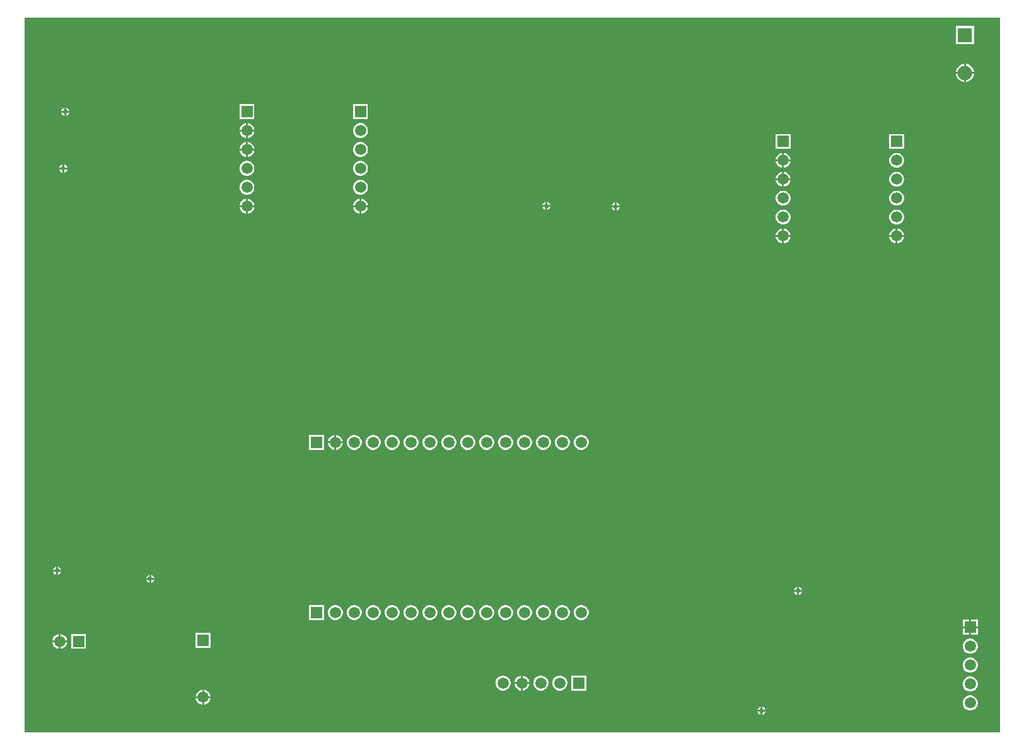
<source format=gbl>
G04*
G04 #@! TF.GenerationSoftware,Altium Limited,Altium Designer,22.8.2 (66)*
G04*
G04 Layer_Physical_Order=2*
G04 Layer_Color=16711680*
%FSLAX44Y44*%
%MOMM*%
G71*
G04*
G04 #@! TF.SameCoordinates,59791082-BFED-418F-BB91-07DD3E29337C*
G04*
G04*
G04 #@! TF.FilePolarity,Positive*
G04*
G01*
G75*
%ADD39R,1.9500X1.9500*%
%ADD40C,1.9500*%
%ADD41C,1.5000*%
%ADD42R,1.5000X1.5000*%
%ADD43R,1.5000X1.5000*%
%ADD44C,0.6000*%
G36*
X1330000Y20000D02*
X20000Y20000D01*
Y980000D01*
X1330000D01*
Y20000D01*
D02*
G37*
%LPC*%
G36*
X1295290Y968690D02*
X1270710D01*
Y944110D01*
X1295290D01*
Y968690D01*
D02*
G37*
G36*
X1284618Y917890D02*
X1284270D01*
Y906870D01*
X1295290D01*
Y907218D01*
X1294453Y910344D01*
X1292834Y913146D01*
X1290546Y915434D01*
X1287744Y917052D01*
X1284618Y917890D01*
D02*
G37*
G36*
X1281730D02*
X1281382D01*
X1278256Y917052D01*
X1275454Y915434D01*
X1273166Y913146D01*
X1271547Y910344D01*
X1270710Y907218D01*
Y906870D01*
X1281730D01*
Y917890D01*
D02*
G37*
G36*
X1295290Y904330D02*
X1284270D01*
Y893310D01*
X1284618D01*
X1287744Y894147D01*
X1290546Y895766D01*
X1292834Y898054D01*
X1294453Y900856D01*
X1295290Y903982D01*
Y904330D01*
D02*
G37*
G36*
X1281730D02*
X1270710D01*
Y903982D01*
X1271547Y900856D01*
X1273166Y898054D01*
X1275454Y895766D01*
X1278256Y894147D01*
X1281382Y893310D01*
X1281730D01*
Y904330D01*
D02*
G37*
G36*
X76200Y858970D02*
Y854770D01*
X80400D01*
X79626Y856638D01*
X78068Y858197D01*
X76200Y858970D01*
D02*
G37*
G36*
X73660D02*
X71792Y858197D01*
X70233Y856638D01*
X69460Y854770D01*
X73660D01*
Y858970D01*
D02*
G37*
G36*
X80400Y852230D02*
X76200D01*
Y848030D01*
X78068Y848803D01*
X79626Y850362D01*
X80400Y852230D01*
D02*
G37*
G36*
X73660D02*
X69460D01*
X70233Y850362D01*
X71792Y848803D01*
X73660Y848030D01*
Y852230D01*
D02*
G37*
G36*
X481240Y863540D02*
X461160D01*
Y843460D01*
X481240D01*
Y863540D01*
D02*
G37*
G36*
X328840D02*
X308760D01*
Y843460D01*
X328840D01*
Y863540D01*
D02*
G37*
G36*
X320122Y838140D02*
X320070D01*
Y829370D01*
X328840D01*
Y829422D01*
X328156Y831975D01*
X326834Y834265D01*
X324965Y836134D01*
X322675Y837456D01*
X320122Y838140D01*
D02*
G37*
G36*
X317530D02*
X317478D01*
X314925Y837456D01*
X312635Y836134D01*
X310766Y834265D01*
X309444Y831975D01*
X308760Y829422D01*
Y829370D01*
X317530D01*
Y838140D01*
D02*
G37*
G36*
X472522D02*
X469878D01*
X467325Y837456D01*
X465035Y836134D01*
X463166Y834265D01*
X461844Y831975D01*
X461160Y829422D01*
Y826778D01*
X461844Y824225D01*
X463166Y821935D01*
X465035Y820066D01*
X467325Y818744D01*
X469878Y818060D01*
X472522D01*
X475075Y818744D01*
X477365Y820066D01*
X479234Y821935D01*
X480556Y824225D01*
X481240Y826778D01*
Y829422D01*
X480556Y831975D01*
X479234Y834265D01*
X477365Y836134D01*
X475075Y837456D01*
X472522Y838140D01*
D02*
G37*
G36*
X328840Y826830D02*
X320070D01*
Y818060D01*
X320122D01*
X322675Y818744D01*
X324965Y820066D01*
X326834Y821935D01*
X328156Y824225D01*
X328840Y826778D01*
Y826830D01*
D02*
G37*
G36*
X317530D02*
X308760D01*
Y826778D01*
X309444Y824225D01*
X310766Y821935D01*
X312635Y820066D01*
X314925Y818744D01*
X317478Y818060D01*
X317530D01*
Y826830D01*
D02*
G37*
G36*
X320122Y812740D02*
X320070D01*
Y803970D01*
X328840D01*
Y804022D01*
X328156Y806575D01*
X326834Y808865D01*
X324965Y810734D01*
X322675Y812056D01*
X320122Y812740D01*
D02*
G37*
G36*
X317530D02*
X317478D01*
X314925Y812056D01*
X312635Y810734D01*
X310766Y808865D01*
X309444Y806575D01*
X308760Y804022D01*
Y803970D01*
X317530D01*
Y812740D01*
D02*
G37*
G36*
X1201240Y823540D02*
X1181160D01*
Y803460D01*
X1201240D01*
Y823540D01*
D02*
G37*
G36*
X1048840D02*
X1028760D01*
Y803460D01*
X1048840D01*
Y823540D01*
D02*
G37*
G36*
X472522Y812740D02*
X469878D01*
X467325Y812056D01*
X465035Y810734D01*
X463166Y808865D01*
X461844Y806575D01*
X461160Y804022D01*
Y801378D01*
X461844Y798825D01*
X463166Y796535D01*
X465035Y794666D01*
X467325Y793344D01*
X469878Y792660D01*
X472522D01*
X475075Y793344D01*
X477365Y794666D01*
X479234Y796535D01*
X480556Y798825D01*
X481240Y801378D01*
Y804022D01*
X480556Y806575D01*
X479234Y808865D01*
X477365Y810734D01*
X475075Y812056D01*
X472522Y812740D01*
D02*
G37*
G36*
X328840Y801430D02*
X320070D01*
Y792660D01*
X320122D01*
X322675Y793344D01*
X324965Y794666D01*
X326834Y796535D01*
X328156Y798825D01*
X328840Y801378D01*
Y801430D01*
D02*
G37*
G36*
X317530D02*
X308760D01*
Y801378D01*
X309444Y798825D01*
X310766Y796535D01*
X312635Y794666D01*
X314925Y793344D01*
X317478Y792660D01*
X317530D01*
Y801430D01*
D02*
G37*
G36*
X1040122Y798140D02*
X1040070D01*
Y789370D01*
X1048840D01*
Y789422D01*
X1048156Y791975D01*
X1046834Y794265D01*
X1044965Y796134D01*
X1042675Y797456D01*
X1040122Y798140D01*
D02*
G37*
G36*
X1037530D02*
X1037478D01*
X1034925Y797456D01*
X1032635Y796134D01*
X1030766Y794265D01*
X1029444Y791975D01*
X1028760Y789422D01*
Y789370D01*
X1037530D01*
Y798140D01*
D02*
G37*
G36*
X73320Y782770D02*
Y778570D01*
X77520D01*
X76747Y780438D01*
X75188Y781997D01*
X73320Y782770D01*
D02*
G37*
G36*
X70780D02*
X68912Y781997D01*
X67353Y780438D01*
X66579Y778570D01*
X70780D01*
Y782770D01*
D02*
G37*
G36*
X1192522Y798140D02*
X1189878D01*
X1187325Y797456D01*
X1185035Y796134D01*
X1183166Y794265D01*
X1181844Y791975D01*
X1181160Y789422D01*
Y786778D01*
X1181844Y784225D01*
X1183166Y781935D01*
X1185035Y780066D01*
X1187325Y778744D01*
X1189878Y778060D01*
X1192522D01*
X1195075Y778744D01*
X1197365Y780066D01*
X1199234Y781935D01*
X1200556Y784225D01*
X1201240Y786778D01*
Y789422D01*
X1200556Y791975D01*
X1199234Y794265D01*
X1197365Y796134D01*
X1195075Y797456D01*
X1192522Y798140D01*
D02*
G37*
G36*
X1048840Y786830D02*
X1040070D01*
Y778060D01*
X1040122D01*
X1042675Y778744D01*
X1044965Y780066D01*
X1046834Y781935D01*
X1048156Y784225D01*
X1048840Y786778D01*
Y786830D01*
D02*
G37*
G36*
X1037530D02*
X1028760D01*
Y786778D01*
X1029444Y784225D01*
X1030766Y781935D01*
X1032635Y780066D01*
X1034925Y778744D01*
X1037478Y778060D01*
X1037530D01*
Y786830D01*
D02*
G37*
G36*
X77520Y776030D02*
X73320D01*
Y771830D01*
X75188Y772603D01*
X76747Y774162D01*
X77520Y776030D01*
D02*
G37*
G36*
X70780D02*
X66579D01*
X67353Y774162D01*
X68912Y772603D01*
X70780Y771830D01*
Y776030D01*
D02*
G37*
G36*
X472522Y787340D02*
X469878D01*
X467325Y786656D01*
X465035Y785334D01*
X463166Y783465D01*
X461844Y781175D01*
X461160Y778622D01*
Y775978D01*
X461844Y773425D01*
X463166Y771135D01*
X465035Y769266D01*
X467325Y767944D01*
X469878Y767260D01*
X472522D01*
X475075Y767944D01*
X477365Y769266D01*
X479234Y771135D01*
X480556Y773425D01*
X481240Y775978D01*
Y778622D01*
X480556Y781175D01*
X479234Y783465D01*
X477365Y785334D01*
X475075Y786656D01*
X472522Y787340D01*
D02*
G37*
G36*
X320122D02*
X317478D01*
X314925Y786656D01*
X312635Y785334D01*
X310766Y783465D01*
X309444Y781175D01*
X308760Y778622D01*
Y775978D01*
X309444Y773425D01*
X310766Y771135D01*
X312635Y769266D01*
X314925Y767944D01*
X317478Y767260D01*
X320122D01*
X322675Y767944D01*
X324965Y769266D01*
X326834Y771135D01*
X328156Y773425D01*
X328840Y775978D01*
Y778622D01*
X328156Y781175D01*
X326834Y783465D01*
X324965Y785334D01*
X322675Y786656D01*
X320122Y787340D01*
D02*
G37*
G36*
X1040122Y772740D02*
X1040070D01*
Y763970D01*
X1048840D01*
Y764022D01*
X1048156Y766575D01*
X1046834Y768865D01*
X1044965Y770734D01*
X1042675Y772056D01*
X1040122Y772740D01*
D02*
G37*
G36*
X1037530D02*
X1037478D01*
X1034925Y772056D01*
X1032635Y770734D01*
X1030766Y768865D01*
X1029444Y766575D01*
X1028760Y764022D01*
Y763970D01*
X1037530D01*
Y772740D01*
D02*
G37*
G36*
X1192522D02*
X1189878D01*
X1187325Y772056D01*
X1185035Y770734D01*
X1183166Y768865D01*
X1181844Y766575D01*
X1181160Y764022D01*
Y761378D01*
X1181844Y758825D01*
X1183166Y756535D01*
X1185035Y754666D01*
X1187325Y753344D01*
X1189878Y752660D01*
X1192522D01*
X1195075Y753344D01*
X1197365Y754666D01*
X1199234Y756535D01*
X1200556Y758825D01*
X1201240Y761378D01*
Y764022D01*
X1200556Y766575D01*
X1199234Y768865D01*
X1197365Y770734D01*
X1195075Y772056D01*
X1192522Y772740D01*
D02*
G37*
G36*
X1048840Y761430D02*
X1040070D01*
Y752660D01*
X1040122D01*
X1042675Y753344D01*
X1044965Y754666D01*
X1046834Y756535D01*
X1048156Y758825D01*
X1048840Y761378D01*
Y761430D01*
D02*
G37*
G36*
X1037530D02*
X1028760D01*
Y761378D01*
X1029444Y758825D01*
X1030766Y756535D01*
X1032635Y754666D01*
X1034925Y753344D01*
X1037478Y752660D01*
X1037530D01*
Y761430D01*
D02*
G37*
G36*
X472522Y761940D02*
X469878D01*
X467325Y761256D01*
X465035Y759934D01*
X463166Y758065D01*
X461844Y755775D01*
X461160Y753222D01*
Y750578D01*
X461844Y748025D01*
X463166Y745735D01*
X465035Y743866D01*
X467325Y742544D01*
X469878Y741860D01*
X472522D01*
X475075Y742544D01*
X477365Y743866D01*
X479234Y745735D01*
X480556Y748025D01*
X481240Y750578D01*
Y753222D01*
X480556Y755775D01*
X479234Y758065D01*
X477365Y759934D01*
X475075Y761256D01*
X472522Y761940D01*
D02*
G37*
G36*
X320122D02*
X317478D01*
X314925Y761256D01*
X312635Y759934D01*
X310766Y758065D01*
X309444Y755775D01*
X308760Y753222D01*
Y750578D01*
X309444Y748025D01*
X310766Y745735D01*
X312635Y743866D01*
X314925Y742544D01*
X317478Y741860D01*
X320122D01*
X322675Y742544D01*
X324965Y743866D01*
X326834Y745735D01*
X328156Y748025D01*
X328840Y750578D01*
Y753222D01*
X328156Y755775D01*
X326834Y758065D01*
X324965Y759934D01*
X322675Y761256D01*
X320122Y761940D01*
D02*
G37*
G36*
X722270Y732470D02*
Y728270D01*
X726470D01*
X725697Y730138D01*
X724138Y731697D01*
X722270Y732470D01*
D02*
G37*
G36*
X719730D02*
X717862Y731697D01*
X716303Y730138D01*
X715530Y728270D01*
X719730D01*
Y732470D01*
D02*
G37*
G36*
X472522Y736540D02*
X472470D01*
Y727770D01*
X481240D01*
Y727822D01*
X480556Y730375D01*
X479234Y732665D01*
X477365Y734534D01*
X475075Y735856D01*
X472522Y736540D01*
D02*
G37*
G36*
X469930D02*
X469878D01*
X467325Y735856D01*
X465035Y734534D01*
X463166Y732665D01*
X461844Y730375D01*
X461160Y727822D01*
Y727770D01*
X469930D01*
Y736540D01*
D02*
G37*
G36*
X320122D02*
X320070D01*
Y727770D01*
X328840D01*
Y727822D01*
X328156Y730375D01*
X326834Y732665D01*
X324965Y734534D01*
X322675Y735856D01*
X320122Y736540D01*
D02*
G37*
G36*
X317530D02*
X317478D01*
X314925Y735856D01*
X312635Y734534D01*
X310766Y732665D01*
X309444Y730375D01*
X308760Y727822D01*
Y727770D01*
X317530D01*
Y736540D01*
D02*
G37*
G36*
X815270Y731470D02*
Y727270D01*
X819470D01*
X818697Y729138D01*
X817138Y730697D01*
X815270Y731470D01*
D02*
G37*
G36*
X812730D02*
X810862Y730697D01*
X809303Y729138D01*
X808530Y727270D01*
X812730D01*
Y731470D01*
D02*
G37*
G36*
X1192522Y747340D02*
X1189878D01*
X1187325Y746656D01*
X1185035Y745334D01*
X1183166Y743465D01*
X1181844Y741175D01*
X1181160Y738622D01*
Y735978D01*
X1181844Y733425D01*
X1183166Y731135D01*
X1185035Y729266D01*
X1187325Y727944D01*
X1189878Y727260D01*
X1192522D01*
X1195075Y727944D01*
X1197365Y729266D01*
X1199234Y731135D01*
X1200556Y733425D01*
X1201240Y735978D01*
Y738622D01*
X1200556Y741175D01*
X1199234Y743465D01*
X1197365Y745334D01*
X1195075Y746656D01*
X1192522Y747340D01*
D02*
G37*
G36*
X1040122D02*
X1037478D01*
X1034925Y746656D01*
X1032635Y745334D01*
X1030766Y743465D01*
X1029444Y741175D01*
X1028760Y738622D01*
Y735978D01*
X1029444Y733425D01*
X1030766Y731135D01*
X1032635Y729266D01*
X1034925Y727944D01*
X1037478Y727260D01*
X1040122D01*
X1042675Y727944D01*
X1044965Y729266D01*
X1046834Y731135D01*
X1048156Y733425D01*
X1048840Y735978D01*
Y738622D01*
X1048156Y741175D01*
X1046834Y743465D01*
X1044965Y745334D01*
X1042675Y746656D01*
X1040122Y747340D01*
D02*
G37*
G36*
X726470Y725730D02*
X722270D01*
Y721530D01*
X724138Y722303D01*
X725697Y723862D01*
X726470Y725730D01*
D02*
G37*
G36*
X719730D02*
X715530D01*
X716303Y723862D01*
X717862Y722303D01*
X719730Y721530D01*
Y725730D01*
D02*
G37*
G36*
X819470Y724730D02*
X815270D01*
Y720530D01*
X817138Y721303D01*
X818697Y722862D01*
X819470Y724730D01*
D02*
G37*
G36*
X812730D02*
X808530D01*
X809303Y722862D01*
X810862Y721303D01*
X812730Y720530D01*
Y724730D01*
D02*
G37*
G36*
X481240Y725230D02*
X472470D01*
Y716460D01*
X472522D01*
X475075Y717144D01*
X477365Y718466D01*
X479234Y720335D01*
X480556Y722625D01*
X481240Y725178D01*
Y725230D01*
D02*
G37*
G36*
X469930D02*
X461160D01*
Y725178D01*
X461844Y722625D01*
X463166Y720335D01*
X465035Y718466D01*
X467325Y717144D01*
X469878Y716460D01*
X469930D01*
Y725230D01*
D02*
G37*
G36*
X328840D02*
X320070D01*
Y716460D01*
X320122D01*
X322675Y717144D01*
X324965Y718466D01*
X326834Y720335D01*
X328156Y722625D01*
X328840Y725178D01*
Y725230D01*
D02*
G37*
G36*
X317530D02*
X308760D01*
Y725178D01*
X309444Y722625D01*
X310766Y720335D01*
X312635Y718466D01*
X314925Y717144D01*
X317478Y716460D01*
X317530D01*
Y725230D01*
D02*
G37*
G36*
X1192522Y721940D02*
X1189878D01*
X1187325Y721256D01*
X1185035Y719934D01*
X1183166Y718065D01*
X1181844Y715775D01*
X1181160Y713222D01*
Y710578D01*
X1181844Y708025D01*
X1183166Y705735D01*
X1185035Y703866D01*
X1187325Y702544D01*
X1189878Y701860D01*
X1192522D01*
X1195075Y702544D01*
X1197365Y703866D01*
X1199234Y705735D01*
X1200556Y708025D01*
X1201240Y710578D01*
Y713222D01*
X1200556Y715775D01*
X1199234Y718065D01*
X1197365Y719934D01*
X1195075Y721256D01*
X1192522Y721940D01*
D02*
G37*
G36*
X1040122D02*
X1037478D01*
X1034925Y721256D01*
X1032635Y719934D01*
X1030766Y718065D01*
X1029444Y715775D01*
X1028760Y713222D01*
Y710578D01*
X1029444Y708025D01*
X1030766Y705735D01*
X1032635Y703866D01*
X1034925Y702544D01*
X1037478Y701860D01*
X1040122D01*
X1042675Y702544D01*
X1044965Y703866D01*
X1046834Y705735D01*
X1048156Y708025D01*
X1048840Y710578D01*
Y713222D01*
X1048156Y715775D01*
X1046834Y718065D01*
X1044965Y719934D01*
X1042675Y721256D01*
X1040122Y721940D01*
D02*
G37*
G36*
X1192522Y696540D02*
X1192470D01*
Y687770D01*
X1201240D01*
Y687822D01*
X1200556Y690375D01*
X1199234Y692665D01*
X1197365Y694534D01*
X1195075Y695856D01*
X1192522Y696540D01*
D02*
G37*
G36*
X1189930D02*
X1189878D01*
X1187325Y695856D01*
X1185035Y694534D01*
X1183166Y692665D01*
X1181844Y690375D01*
X1181160Y687822D01*
Y687770D01*
X1189930D01*
Y696540D01*
D02*
G37*
G36*
X1040122D02*
X1040070D01*
Y687770D01*
X1048840D01*
Y687822D01*
X1048156Y690375D01*
X1046834Y692665D01*
X1044965Y694534D01*
X1042675Y695856D01*
X1040122Y696540D01*
D02*
G37*
G36*
X1037530D02*
X1037478D01*
X1034925Y695856D01*
X1032635Y694534D01*
X1030766Y692665D01*
X1029444Y690375D01*
X1028760Y687822D01*
Y687770D01*
X1037530D01*
Y696540D01*
D02*
G37*
G36*
X1201240Y685230D02*
X1192470D01*
Y676460D01*
X1192522D01*
X1195075Y677144D01*
X1197365Y678466D01*
X1199234Y680335D01*
X1200556Y682625D01*
X1201240Y685178D01*
Y685230D01*
D02*
G37*
G36*
X1189930D02*
X1181160D01*
Y685178D01*
X1181844Y682625D01*
X1183166Y680335D01*
X1185035Y678466D01*
X1187325Y677144D01*
X1189878Y676460D01*
X1189930D01*
Y685230D01*
D02*
G37*
G36*
X1048840D02*
X1040070D01*
Y676460D01*
X1040122D01*
X1042675Y677144D01*
X1044965Y678466D01*
X1046834Y680335D01*
X1048156Y682625D01*
X1048840Y685178D01*
Y685230D01*
D02*
G37*
G36*
X1037530D02*
X1028760D01*
Y685178D01*
X1029444Y682625D01*
X1030766Y680335D01*
X1032635Y678466D01*
X1034925Y677144D01*
X1037478Y676460D01*
X1037530D01*
Y685230D01*
D02*
G37*
G36*
X438922Y419340D02*
X438870D01*
Y410570D01*
X447640D01*
Y410622D01*
X446956Y413175D01*
X445634Y415465D01*
X443765Y417334D01*
X441475Y418656D01*
X438922Y419340D01*
D02*
G37*
G36*
X436330D02*
X436278D01*
X433725Y418656D01*
X431435Y417334D01*
X429566Y415465D01*
X428244Y413175D01*
X427560Y410622D01*
Y410570D01*
X436330D01*
Y419340D01*
D02*
G37*
G36*
X769122D02*
X766478D01*
X763925Y418656D01*
X761635Y417334D01*
X759766Y415465D01*
X758444Y413175D01*
X757760Y410622D01*
Y407978D01*
X758444Y405425D01*
X759766Y403135D01*
X761635Y401266D01*
X763925Y399944D01*
X766478Y399260D01*
X769122D01*
X771675Y399944D01*
X773965Y401266D01*
X775834Y403135D01*
X777156Y405425D01*
X777840Y407978D01*
Y410622D01*
X777156Y413175D01*
X775834Y415465D01*
X773965Y417334D01*
X771675Y418656D01*
X769122Y419340D01*
D02*
G37*
G36*
X743722D02*
X741078D01*
X738525Y418656D01*
X736235Y417334D01*
X734366Y415465D01*
X733044Y413175D01*
X732360Y410622D01*
Y407978D01*
X733044Y405425D01*
X734366Y403135D01*
X736235Y401266D01*
X738525Y399944D01*
X741078Y399260D01*
X743722D01*
X746275Y399944D01*
X748565Y401266D01*
X750434Y403135D01*
X751756Y405425D01*
X752440Y407978D01*
Y410622D01*
X751756Y413175D01*
X750434Y415465D01*
X748565Y417334D01*
X746275Y418656D01*
X743722Y419340D01*
D02*
G37*
G36*
X718322D02*
X715678D01*
X713125Y418656D01*
X710835Y417334D01*
X708966Y415465D01*
X707644Y413175D01*
X706960Y410622D01*
Y407978D01*
X707644Y405425D01*
X708966Y403135D01*
X710835Y401266D01*
X713125Y399944D01*
X715678Y399260D01*
X718322D01*
X720875Y399944D01*
X723165Y401266D01*
X725034Y403135D01*
X726356Y405425D01*
X727040Y407978D01*
Y410622D01*
X726356Y413175D01*
X725034Y415465D01*
X723165Y417334D01*
X720875Y418656D01*
X718322Y419340D01*
D02*
G37*
G36*
X692922D02*
X690278D01*
X687725Y418656D01*
X685435Y417334D01*
X683566Y415465D01*
X682244Y413175D01*
X681560Y410622D01*
Y407978D01*
X682244Y405425D01*
X683566Y403135D01*
X685435Y401266D01*
X687725Y399944D01*
X690278Y399260D01*
X692922D01*
X695475Y399944D01*
X697765Y401266D01*
X699634Y403135D01*
X700956Y405425D01*
X701640Y407978D01*
Y410622D01*
X700956Y413175D01*
X699634Y415465D01*
X697765Y417334D01*
X695475Y418656D01*
X692922Y419340D01*
D02*
G37*
G36*
X667522D02*
X664878D01*
X662325Y418656D01*
X660035Y417334D01*
X658166Y415465D01*
X656844Y413175D01*
X656160Y410622D01*
Y407978D01*
X656844Y405425D01*
X658166Y403135D01*
X660035Y401266D01*
X662325Y399944D01*
X664878Y399260D01*
X667522D01*
X670075Y399944D01*
X672365Y401266D01*
X674234Y403135D01*
X675556Y405425D01*
X676240Y407978D01*
Y410622D01*
X675556Y413175D01*
X674234Y415465D01*
X672365Y417334D01*
X670075Y418656D01*
X667522Y419340D01*
D02*
G37*
G36*
X642122D02*
X639478D01*
X636925Y418656D01*
X634635Y417334D01*
X632766Y415465D01*
X631444Y413175D01*
X630760Y410622D01*
Y407978D01*
X631444Y405425D01*
X632766Y403135D01*
X634635Y401266D01*
X636925Y399944D01*
X639478Y399260D01*
X642122D01*
X644675Y399944D01*
X646965Y401266D01*
X648834Y403135D01*
X650156Y405425D01*
X650840Y407978D01*
Y410622D01*
X650156Y413175D01*
X648834Y415465D01*
X646965Y417334D01*
X644675Y418656D01*
X642122Y419340D01*
D02*
G37*
G36*
X616722D02*
X614078D01*
X611525Y418656D01*
X609235Y417334D01*
X607366Y415465D01*
X606044Y413175D01*
X605360Y410622D01*
Y407978D01*
X606044Y405425D01*
X607366Y403135D01*
X609235Y401266D01*
X611525Y399944D01*
X614078Y399260D01*
X616722D01*
X619275Y399944D01*
X621565Y401266D01*
X623434Y403135D01*
X624756Y405425D01*
X625440Y407978D01*
Y410622D01*
X624756Y413175D01*
X623434Y415465D01*
X621565Y417334D01*
X619275Y418656D01*
X616722Y419340D01*
D02*
G37*
G36*
X591322D02*
X588678D01*
X586125Y418656D01*
X583835Y417334D01*
X581966Y415465D01*
X580644Y413175D01*
X579960Y410622D01*
Y407978D01*
X580644Y405425D01*
X581966Y403135D01*
X583835Y401266D01*
X586125Y399944D01*
X588678Y399260D01*
X591322D01*
X593875Y399944D01*
X596165Y401266D01*
X598034Y403135D01*
X599356Y405425D01*
X600040Y407978D01*
Y410622D01*
X599356Y413175D01*
X598034Y415465D01*
X596165Y417334D01*
X593875Y418656D01*
X591322Y419340D01*
D02*
G37*
G36*
X565922D02*
X563278D01*
X560725Y418656D01*
X558435Y417334D01*
X556566Y415465D01*
X555244Y413175D01*
X554560Y410622D01*
Y407978D01*
X555244Y405425D01*
X556566Y403135D01*
X558435Y401266D01*
X560725Y399944D01*
X563278Y399260D01*
X565922D01*
X568475Y399944D01*
X570765Y401266D01*
X572634Y403135D01*
X573956Y405425D01*
X574640Y407978D01*
Y410622D01*
X573956Y413175D01*
X572634Y415465D01*
X570765Y417334D01*
X568475Y418656D01*
X565922Y419340D01*
D02*
G37*
G36*
X540522D02*
X537878D01*
X535325Y418656D01*
X533035Y417334D01*
X531166Y415465D01*
X529844Y413175D01*
X529160Y410622D01*
Y407978D01*
X529844Y405425D01*
X531166Y403135D01*
X533035Y401266D01*
X535325Y399944D01*
X537878Y399260D01*
X540522D01*
X543075Y399944D01*
X545365Y401266D01*
X547234Y403135D01*
X548556Y405425D01*
X549240Y407978D01*
Y410622D01*
X548556Y413175D01*
X547234Y415465D01*
X545365Y417334D01*
X543075Y418656D01*
X540522Y419340D01*
D02*
G37*
G36*
X515122D02*
X512478D01*
X509925Y418656D01*
X507635Y417334D01*
X505766Y415465D01*
X504444Y413175D01*
X503760Y410622D01*
Y407978D01*
X504444Y405425D01*
X505766Y403135D01*
X507635Y401266D01*
X509925Y399944D01*
X512478Y399260D01*
X515122D01*
X517675Y399944D01*
X519965Y401266D01*
X521834Y403135D01*
X523156Y405425D01*
X523840Y407978D01*
Y410622D01*
X523156Y413175D01*
X521834Y415465D01*
X519965Y417334D01*
X517675Y418656D01*
X515122Y419340D01*
D02*
G37*
G36*
X489722D02*
X487078D01*
X484525Y418656D01*
X482235Y417334D01*
X480366Y415465D01*
X479044Y413175D01*
X478360Y410622D01*
Y407978D01*
X479044Y405425D01*
X480366Y403135D01*
X482235Y401266D01*
X484525Y399944D01*
X487078Y399260D01*
X489722D01*
X492275Y399944D01*
X494565Y401266D01*
X496434Y403135D01*
X497756Y405425D01*
X498440Y407978D01*
Y410622D01*
X497756Y413175D01*
X496434Y415465D01*
X494565Y417334D01*
X492275Y418656D01*
X489722Y419340D01*
D02*
G37*
G36*
X464322D02*
X461678D01*
X459125Y418656D01*
X456835Y417334D01*
X454966Y415465D01*
X453644Y413175D01*
X452960Y410622D01*
Y407978D01*
X453644Y405425D01*
X454966Y403135D01*
X456835Y401266D01*
X459125Y399944D01*
X461678Y399260D01*
X464322D01*
X466875Y399944D01*
X469165Y401266D01*
X471034Y403135D01*
X472356Y405425D01*
X473040Y407978D01*
Y410622D01*
X472356Y413175D01*
X471034Y415465D01*
X469165Y417334D01*
X466875Y418656D01*
X464322Y419340D01*
D02*
G37*
G36*
X447640Y408030D02*
X438870D01*
Y399260D01*
X438922D01*
X441475Y399944D01*
X443765Y401266D01*
X445634Y403135D01*
X446956Y405425D01*
X447640Y407978D01*
Y408030D01*
D02*
G37*
G36*
X436330D02*
X427560D01*
Y407978D01*
X428244Y405425D01*
X429566Y403135D01*
X431435Y401266D01*
X433725Y399944D01*
X436278Y399260D01*
X436330D01*
Y408030D01*
D02*
G37*
G36*
X422240Y419340D02*
X402160D01*
Y399260D01*
X422240D01*
Y419340D01*
D02*
G37*
G36*
X65270Y242470D02*
Y238270D01*
X69470D01*
X68697Y240138D01*
X67138Y241697D01*
X65270Y242470D01*
D02*
G37*
G36*
X62730D02*
X60862Y241697D01*
X59303Y240138D01*
X58530Y238270D01*
X62730D01*
Y242470D01*
D02*
G37*
G36*
X69470Y235730D02*
X65270D01*
Y231530D01*
X67138Y232303D01*
X68697Y233862D01*
X69470Y235730D01*
D02*
G37*
G36*
X62730D02*
X58530D01*
X59303Y233862D01*
X60862Y232303D01*
X62730Y231530D01*
Y235730D01*
D02*
G37*
G36*
X190270Y231470D02*
Y227270D01*
X194470D01*
X193697Y229138D01*
X192138Y230697D01*
X190270Y231470D01*
D02*
G37*
G36*
X187730D02*
X185862Y230697D01*
X184303Y229138D01*
X183530Y227270D01*
X187730D01*
Y231470D01*
D02*
G37*
G36*
X194470Y224730D02*
X190270D01*
Y220530D01*
X192138Y221303D01*
X193697Y222862D01*
X194470Y224730D01*
D02*
G37*
G36*
X187730D02*
X183530D01*
X184303Y222862D01*
X185862Y221303D01*
X187730Y220530D01*
Y224730D01*
D02*
G37*
G36*
X1060220Y215420D02*
Y211220D01*
X1064420D01*
X1063647Y213088D01*
X1062088Y214647D01*
X1060220Y215420D01*
D02*
G37*
G36*
X1057680D02*
X1055812Y214647D01*
X1054253Y213088D01*
X1053480Y211220D01*
X1057680D01*
Y215420D01*
D02*
G37*
G36*
X1064420Y208680D02*
X1060220D01*
Y204480D01*
X1062088Y205253D01*
X1063647Y206812D01*
X1064420Y208680D01*
D02*
G37*
G36*
X1057680D02*
X1053480D01*
X1054253Y206812D01*
X1055812Y205253D01*
X1057680Y204480D01*
Y208680D01*
D02*
G37*
G36*
X769122Y190740D02*
X766478D01*
X763925Y190056D01*
X761635Y188734D01*
X759766Y186865D01*
X758444Y184575D01*
X757760Y182022D01*
Y179378D01*
X758444Y176825D01*
X759766Y174535D01*
X761635Y172666D01*
X763925Y171344D01*
X766478Y170660D01*
X769122D01*
X771675Y171344D01*
X773965Y172666D01*
X775834Y174535D01*
X777156Y176825D01*
X777840Y179378D01*
Y182022D01*
X777156Y184575D01*
X775834Y186865D01*
X773965Y188734D01*
X771675Y190056D01*
X769122Y190740D01*
D02*
G37*
G36*
X743722D02*
X741078D01*
X738525Y190056D01*
X736235Y188734D01*
X734366Y186865D01*
X733044Y184575D01*
X732360Y182022D01*
Y179378D01*
X733044Y176825D01*
X734366Y174535D01*
X736235Y172666D01*
X738525Y171344D01*
X741078Y170660D01*
X743722D01*
X746275Y171344D01*
X748565Y172666D01*
X750434Y174535D01*
X751756Y176825D01*
X752440Y179378D01*
Y182022D01*
X751756Y184575D01*
X750434Y186865D01*
X748565Y188734D01*
X746275Y190056D01*
X743722Y190740D01*
D02*
G37*
G36*
X718322D02*
X715678D01*
X713125Y190056D01*
X710835Y188734D01*
X708966Y186865D01*
X707644Y184575D01*
X706960Y182022D01*
Y179378D01*
X707644Y176825D01*
X708966Y174535D01*
X710835Y172666D01*
X713125Y171344D01*
X715678Y170660D01*
X718322D01*
X720875Y171344D01*
X723165Y172666D01*
X725034Y174535D01*
X726356Y176825D01*
X727040Y179378D01*
Y182022D01*
X726356Y184575D01*
X725034Y186865D01*
X723165Y188734D01*
X720875Y190056D01*
X718322Y190740D01*
D02*
G37*
G36*
X692922D02*
X690278D01*
X687725Y190056D01*
X685435Y188734D01*
X683566Y186865D01*
X682244Y184575D01*
X681560Y182022D01*
Y179378D01*
X682244Y176825D01*
X683566Y174535D01*
X685435Y172666D01*
X687725Y171344D01*
X690278Y170660D01*
X692922D01*
X695475Y171344D01*
X697765Y172666D01*
X699634Y174535D01*
X700956Y176825D01*
X701640Y179378D01*
Y182022D01*
X700956Y184575D01*
X699634Y186865D01*
X697765Y188734D01*
X695475Y190056D01*
X692922Y190740D01*
D02*
G37*
G36*
X667522D02*
X664878D01*
X662325Y190056D01*
X660035Y188734D01*
X658166Y186865D01*
X656844Y184575D01*
X656160Y182022D01*
Y179378D01*
X656844Y176825D01*
X658166Y174535D01*
X660035Y172666D01*
X662325Y171344D01*
X664878Y170660D01*
X667522D01*
X670075Y171344D01*
X672365Y172666D01*
X674234Y174535D01*
X675556Y176825D01*
X676240Y179378D01*
Y182022D01*
X675556Y184575D01*
X674234Y186865D01*
X672365Y188734D01*
X670075Y190056D01*
X667522Y190740D01*
D02*
G37*
G36*
X642122D02*
X639478D01*
X636925Y190056D01*
X634635Y188734D01*
X632766Y186865D01*
X631444Y184575D01*
X630760Y182022D01*
Y179378D01*
X631444Y176825D01*
X632766Y174535D01*
X634635Y172666D01*
X636925Y171344D01*
X639478Y170660D01*
X642122D01*
X644675Y171344D01*
X646965Y172666D01*
X648834Y174535D01*
X650156Y176825D01*
X650840Y179378D01*
Y182022D01*
X650156Y184575D01*
X648834Y186865D01*
X646965Y188734D01*
X644675Y190056D01*
X642122Y190740D01*
D02*
G37*
G36*
X616722D02*
X614078D01*
X611525Y190056D01*
X609235Y188734D01*
X607366Y186865D01*
X606044Y184575D01*
X605360Y182022D01*
Y179378D01*
X606044Y176825D01*
X607366Y174535D01*
X609235Y172666D01*
X611525Y171344D01*
X614078Y170660D01*
X616722D01*
X619275Y171344D01*
X621565Y172666D01*
X623434Y174535D01*
X624756Y176825D01*
X625440Y179378D01*
Y182022D01*
X624756Y184575D01*
X623434Y186865D01*
X621565Y188734D01*
X619275Y190056D01*
X616722Y190740D01*
D02*
G37*
G36*
X591322D02*
X588678D01*
X586125Y190056D01*
X583835Y188734D01*
X581966Y186865D01*
X580644Y184575D01*
X579960Y182022D01*
Y179378D01*
X580644Y176825D01*
X581966Y174535D01*
X583835Y172666D01*
X586125Y171344D01*
X588678Y170660D01*
X591322D01*
X593875Y171344D01*
X596165Y172666D01*
X598034Y174535D01*
X599356Y176825D01*
X600040Y179378D01*
Y182022D01*
X599356Y184575D01*
X598034Y186865D01*
X596165Y188734D01*
X593875Y190056D01*
X591322Y190740D01*
D02*
G37*
G36*
X565922D02*
X563278D01*
X560725Y190056D01*
X558435Y188734D01*
X556566Y186865D01*
X555244Y184575D01*
X554560Y182022D01*
Y179378D01*
X555244Y176825D01*
X556566Y174535D01*
X558435Y172666D01*
X560725Y171344D01*
X563278Y170660D01*
X565922D01*
X568475Y171344D01*
X570765Y172666D01*
X572634Y174535D01*
X573956Y176825D01*
X574640Y179378D01*
Y182022D01*
X573956Y184575D01*
X572634Y186865D01*
X570765Y188734D01*
X568475Y190056D01*
X565922Y190740D01*
D02*
G37*
G36*
X540522D02*
X537878D01*
X535325Y190056D01*
X533035Y188734D01*
X531166Y186865D01*
X529844Y184575D01*
X529160Y182022D01*
Y179378D01*
X529844Y176825D01*
X531166Y174535D01*
X533035Y172666D01*
X535325Y171344D01*
X537878Y170660D01*
X540522D01*
X543075Y171344D01*
X545365Y172666D01*
X547234Y174535D01*
X548556Y176825D01*
X549240Y179378D01*
Y182022D01*
X548556Y184575D01*
X547234Y186865D01*
X545365Y188734D01*
X543075Y190056D01*
X540522Y190740D01*
D02*
G37*
G36*
X515122D02*
X512478D01*
X509925Y190056D01*
X507635Y188734D01*
X505766Y186865D01*
X504444Y184575D01*
X503760Y182022D01*
Y179378D01*
X504444Y176825D01*
X505766Y174535D01*
X507635Y172666D01*
X509925Y171344D01*
X512478Y170660D01*
X515122D01*
X517675Y171344D01*
X519965Y172666D01*
X521834Y174535D01*
X523156Y176825D01*
X523840Y179378D01*
Y182022D01*
X523156Y184575D01*
X521834Y186865D01*
X519965Y188734D01*
X517675Y190056D01*
X515122Y190740D01*
D02*
G37*
G36*
X489722D02*
X487078D01*
X484525Y190056D01*
X482235Y188734D01*
X480366Y186865D01*
X479044Y184575D01*
X478360Y182022D01*
Y179378D01*
X479044Y176825D01*
X480366Y174535D01*
X482235Y172666D01*
X484525Y171344D01*
X487078Y170660D01*
X489722D01*
X492275Y171344D01*
X494565Y172666D01*
X496434Y174535D01*
X497756Y176825D01*
X498440Y179378D01*
Y182022D01*
X497756Y184575D01*
X496434Y186865D01*
X494565Y188734D01*
X492275Y190056D01*
X489722Y190740D01*
D02*
G37*
G36*
X464322D02*
X461678D01*
X459125Y190056D01*
X456835Y188734D01*
X454966Y186865D01*
X453644Y184575D01*
X452960Y182022D01*
Y179378D01*
X453644Y176825D01*
X454966Y174535D01*
X456835Y172666D01*
X459125Y171344D01*
X461678Y170660D01*
X464322D01*
X466875Y171344D01*
X469165Y172666D01*
X471034Y174535D01*
X472356Y176825D01*
X473040Y179378D01*
Y182022D01*
X472356Y184575D01*
X471034Y186865D01*
X469165Y188734D01*
X466875Y190056D01*
X464322Y190740D01*
D02*
G37*
G36*
X438922D02*
X436278D01*
X433725Y190056D01*
X431435Y188734D01*
X429566Y186865D01*
X428244Y184575D01*
X427560Y182022D01*
Y179378D01*
X428244Y176825D01*
X429566Y174535D01*
X431435Y172666D01*
X433725Y171344D01*
X436278Y170660D01*
X438922D01*
X441475Y171344D01*
X443765Y172666D01*
X445634Y174535D01*
X446956Y176825D01*
X447640Y179378D01*
Y182022D01*
X446956Y184575D01*
X445634Y186865D01*
X443765Y188734D01*
X441475Y190056D01*
X438922Y190740D01*
D02*
G37*
G36*
X422240D02*
X402160D01*
Y170660D01*
X422240D01*
Y190740D01*
D02*
G37*
G36*
X1300040Y170840D02*
X1291270D01*
Y162070D01*
X1300040D01*
Y170840D01*
D02*
G37*
G36*
X1288730D02*
X1279960D01*
Y162070D01*
X1288730D01*
Y170840D01*
D02*
G37*
G36*
X1300040Y159530D02*
X1291270D01*
Y150760D01*
X1300040D01*
Y159530D01*
D02*
G37*
G36*
X1288730D02*
X1279960D01*
Y150760D01*
X1288730D01*
Y159530D01*
D02*
G37*
G36*
X68622Y152040D02*
X68570D01*
Y143270D01*
X77340D01*
Y143322D01*
X76656Y145875D01*
X75334Y148165D01*
X73465Y150034D01*
X71175Y151356D01*
X68622Y152040D01*
D02*
G37*
G36*
X66030D02*
X65978D01*
X63425Y151356D01*
X61135Y150034D01*
X59266Y148165D01*
X57944Y145875D01*
X57260Y143322D01*
Y143270D01*
X66030D01*
Y152040D01*
D02*
G37*
G36*
X270040Y153140D02*
X249960D01*
Y133060D01*
X270040D01*
Y153140D01*
D02*
G37*
G36*
X102740Y152040D02*
X82660D01*
Y131960D01*
X102740D01*
Y152040D01*
D02*
G37*
G36*
X77340Y140730D02*
X68570D01*
Y131960D01*
X68622D01*
X71175Y132644D01*
X73465Y133966D01*
X75334Y135835D01*
X76656Y138125D01*
X77340Y140678D01*
Y140730D01*
D02*
G37*
G36*
X66030D02*
X57260D01*
Y140678D01*
X57944Y138125D01*
X59266Y135835D01*
X61135Y133966D01*
X63425Y132644D01*
X65978Y131960D01*
X66030D01*
Y140730D01*
D02*
G37*
G36*
X1291322Y145440D02*
X1288678D01*
X1286125Y144756D01*
X1283835Y143434D01*
X1281966Y141565D01*
X1280644Y139275D01*
X1279960Y136722D01*
Y134078D01*
X1280644Y131525D01*
X1281966Y129235D01*
X1283835Y127366D01*
X1286125Y126044D01*
X1288678Y125360D01*
X1291322D01*
X1293875Y126044D01*
X1296165Y127366D01*
X1298034Y129235D01*
X1299356Y131525D01*
X1300040Y134078D01*
Y136722D01*
X1299356Y139275D01*
X1298034Y141565D01*
X1296165Y143434D01*
X1293875Y144756D01*
X1291322Y145440D01*
D02*
G37*
G36*
Y120040D02*
X1288678D01*
X1286125Y119356D01*
X1283835Y118034D01*
X1281966Y116165D01*
X1280644Y113875D01*
X1279960Y111322D01*
Y108678D01*
X1280644Y106125D01*
X1281966Y103835D01*
X1283835Y101966D01*
X1286125Y100644D01*
X1288678Y99960D01*
X1291322D01*
X1293875Y100644D01*
X1296165Y101966D01*
X1298034Y103835D01*
X1299356Y106125D01*
X1300040Y108678D01*
Y111322D01*
X1299356Y113875D01*
X1298034Y116165D01*
X1296165Y118034D01*
X1293875Y119356D01*
X1291322Y120040D01*
D02*
G37*
G36*
X689522Y96040D02*
X689470D01*
Y87270D01*
X698240D01*
Y87322D01*
X697556Y89875D01*
X696234Y92165D01*
X694365Y94034D01*
X692075Y95356D01*
X689522Y96040D01*
D02*
G37*
G36*
X686930D02*
X686878D01*
X684325Y95356D01*
X682035Y94034D01*
X680166Y92165D01*
X678844Y89875D01*
X678160Y87322D01*
Y87270D01*
X686930D01*
Y96040D01*
D02*
G37*
G36*
X774440D02*
X754360D01*
Y75960D01*
X774440D01*
Y96040D01*
D02*
G37*
G36*
X740322D02*
X737678D01*
X735125Y95356D01*
X732835Y94034D01*
X730966Y92165D01*
X729644Y89875D01*
X728960Y87322D01*
Y84678D01*
X729644Y82125D01*
X730966Y79835D01*
X732835Y77966D01*
X735125Y76644D01*
X737678Y75960D01*
X740322D01*
X742875Y76644D01*
X745165Y77966D01*
X747034Y79835D01*
X748356Y82125D01*
X749040Y84678D01*
Y87322D01*
X748356Y89875D01*
X747034Y92165D01*
X745165Y94034D01*
X742875Y95356D01*
X740322Y96040D01*
D02*
G37*
G36*
X714922D02*
X712278D01*
X709725Y95356D01*
X707435Y94034D01*
X705566Y92165D01*
X704244Y89875D01*
X703560Y87322D01*
Y84678D01*
X704244Y82125D01*
X705566Y79835D01*
X707435Y77966D01*
X709725Y76644D01*
X712278Y75960D01*
X714922D01*
X717475Y76644D01*
X719765Y77966D01*
X721634Y79835D01*
X722956Y82125D01*
X723640Y84678D01*
Y87322D01*
X722956Y89875D01*
X721634Y92165D01*
X719765Y94034D01*
X717475Y95356D01*
X714922Y96040D01*
D02*
G37*
G36*
X698240Y84730D02*
X689470D01*
Y75960D01*
X689522D01*
X692075Y76644D01*
X694365Y77966D01*
X696234Y79835D01*
X697556Y82125D01*
X698240Y84678D01*
Y84730D01*
D02*
G37*
G36*
X686930D02*
X678160D01*
Y84678D01*
X678844Y82125D01*
X680166Y79835D01*
X682035Y77966D01*
X684325Y76644D01*
X686878Y75960D01*
X686930D01*
Y84730D01*
D02*
G37*
G36*
X664122Y96040D02*
X661478D01*
X658925Y95356D01*
X656635Y94034D01*
X654766Y92165D01*
X653444Y89875D01*
X652760Y87322D01*
Y84678D01*
X653444Y82125D01*
X654766Y79835D01*
X656635Y77966D01*
X658925Y76644D01*
X661478Y75960D01*
X664122D01*
X666675Y76644D01*
X668965Y77966D01*
X670834Y79835D01*
X672156Y82125D01*
X672840Y84678D01*
Y87322D01*
X672156Y89875D01*
X670834Y92165D01*
X668965Y94034D01*
X666675Y95356D01*
X664122Y96040D01*
D02*
G37*
G36*
X1291322Y94640D02*
X1288678D01*
X1286125Y93956D01*
X1283835Y92634D01*
X1281966Y90765D01*
X1280644Y88475D01*
X1279960Y85922D01*
Y83278D01*
X1280644Y80725D01*
X1281966Y78435D01*
X1283835Y76566D01*
X1286125Y75244D01*
X1288678Y74560D01*
X1291322D01*
X1293875Y75244D01*
X1296165Y76566D01*
X1298034Y78435D01*
X1299356Y80725D01*
X1300040Y83278D01*
Y85922D01*
X1299356Y88475D01*
X1298034Y90765D01*
X1296165Y92634D01*
X1293875Y93956D01*
X1291322Y94640D01*
D02*
G37*
G36*
X261322Y76940D02*
X261270D01*
Y68170D01*
X270040D01*
Y68222D01*
X269356Y70775D01*
X268034Y73065D01*
X266165Y74934D01*
X263875Y76256D01*
X261322Y76940D01*
D02*
G37*
G36*
X258730D02*
X258678D01*
X256125Y76256D01*
X253835Y74934D01*
X251966Y73065D01*
X250644Y70775D01*
X249960Y68222D01*
Y68170D01*
X258730D01*
Y76940D01*
D02*
G37*
G36*
X270040Y65630D02*
X261270D01*
Y56860D01*
X261322D01*
X263875Y57544D01*
X266165Y58866D01*
X268034Y60735D01*
X269356Y63025D01*
X270040Y65578D01*
Y65630D01*
D02*
G37*
G36*
X258730D02*
X249960D01*
Y65578D01*
X250644Y63025D01*
X251966Y60735D01*
X253835Y58866D01*
X256125Y57544D01*
X258678Y56860D01*
X258730D01*
Y65630D01*
D02*
G37*
G36*
X1011170Y54370D02*
Y50170D01*
X1015370D01*
X1014597Y52038D01*
X1013038Y53597D01*
X1011170Y54370D01*
D02*
G37*
G36*
X1008630D02*
X1006762Y53597D01*
X1005203Y52038D01*
X1004430Y50170D01*
X1008630D01*
Y54370D01*
D02*
G37*
G36*
X1291322Y69240D02*
X1288678D01*
X1286125Y68556D01*
X1283835Y67234D01*
X1281966Y65365D01*
X1280644Y63075D01*
X1279960Y60522D01*
Y57878D01*
X1280644Y55325D01*
X1281966Y53035D01*
X1283835Y51166D01*
X1286125Y49844D01*
X1288678Y49160D01*
X1291322D01*
X1293875Y49844D01*
X1296165Y51166D01*
X1298034Y53035D01*
X1299356Y55325D01*
X1300040Y57878D01*
Y60522D01*
X1299356Y63075D01*
X1298034Y65365D01*
X1296165Y67234D01*
X1293875Y68556D01*
X1291322Y69240D01*
D02*
G37*
G36*
X1015370Y47630D02*
X1011170D01*
Y43430D01*
X1013038Y44203D01*
X1014597Y45762D01*
X1015370Y47630D01*
D02*
G37*
G36*
X1008630D02*
X1004430D01*
X1005203Y45762D01*
X1006762Y44203D01*
X1008630Y43430D01*
Y47630D01*
D02*
G37*
%LPD*%
D39*
X1283000Y956400D02*
D03*
D40*
Y905600D02*
D03*
D41*
X662800Y86000D02*
D03*
X688200D02*
D03*
X713600D02*
D03*
X739000D02*
D03*
X1290000Y59200D02*
D03*
Y84600D02*
D03*
Y110000D02*
D03*
Y135400D02*
D03*
X437600Y409300D02*
D03*
X463000D02*
D03*
X564600D02*
D03*
X513800D02*
D03*
X488400D02*
D03*
X590000D02*
D03*
X767800D02*
D03*
X742400D02*
D03*
X717000D02*
D03*
X691600D02*
D03*
X666200D02*
D03*
X640800D02*
D03*
X615400D02*
D03*
X539200D02*
D03*
X742400Y180700D02*
D03*
X666200D02*
D03*
X640800D02*
D03*
X615400D02*
D03*
X590000D02*
D03*
X564600D02*
D03*
X539200D02*
D03*
X513800D02*
D03*
X488400D02*
D03*
X463000D02*
D03*
X437600D02*
D03*
X767800D02*
D03*
X717000D02*
D03*
X691600D02*
D03*
X471200Y751900D02*
D03*
Y726500D02*
D03*
Y777300D02*
D03*
Y828100D02*
D03*
Y802700D02*
D03*
X318800Y828100D02*
D03*
Y802700D02*
D03*
Y726500D02*
D03*
Y751900D02*
D03*
Y777300D02*
D03*
X1191200Y711900D02*
D03*
Y686500D02*
D03*
Y737300D02*
D03*
Y788100D02*
D03*
Y762700D02*
D03*
X1038800Y788100D02*
D03*
Y762700D02*
D03*
Y686500D02*
D03*
Y711900D02*
D03*
Y737300D02*
D03*
X260000Y66900D02*
D03*
X67300Y142000D02*
D03*
D42*
X764400Y86000D02*
D03*
X412200Y180700D02*
D03*
X412200Y409300D02*
D03*
X318800Y853500D02*
D03*
X471200D02*
D03*
X1038800Y813500D02*
D03*
X1191200D02*
D03*
X260000Y143100D02*
D03*
X92700Y142000D02*
D03*
D43*
X1290000Y160800D02*
D03*
D44*
X814000Y726000D02*
D03*
X1058950Y209950D02*
D03*
X1009900Y48900D02*
D03*
X721000Y727000D02*
D03*
X72050Y777300D02*
D03*
X74930Y853500D02*
D03*
X64000Y237000D02*
D03*
X189000Y226000D02*
D03*
M02*

</source>
